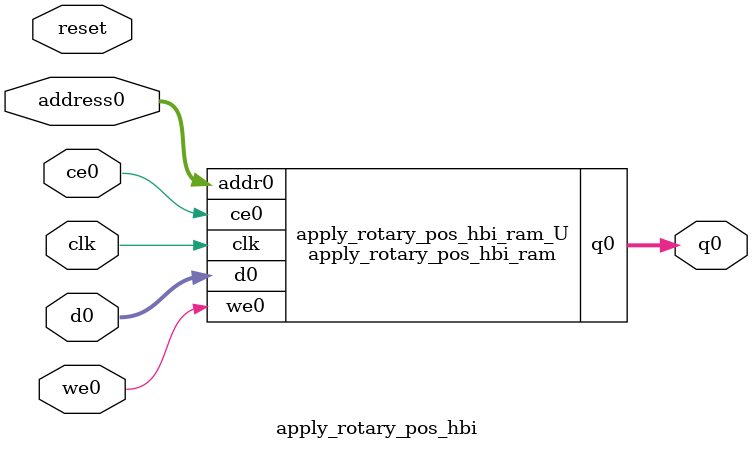
<source format=v>
`timescale 1 ns / 1 ps
module apply_rotary_pos_hbi_ram (addr0, ce0, d0, we0, q0,  clk);

parameter DWIDTH = 38;
parameter AWIDTH = 11;
parameter MEM_SIZE = 1536;

input[AWIDTH-1:0] addr0;
input ce0;
input[DWIDTH-1:0] d0;
input we0;
output reg[DWIDTH-1:0] q0;
input clk;

(* ram_style = "block" *)reg [DWIDTH-1:0] ram[0:MEM_SIZE-1];




always @(posedge clk)  
begin 
    if (ce0) begin
        if (we0) 
            ram[addr0] <= d0; 
        q0 <= ram[addr0];
    end
end


endmodule

`timescale 1 ns / 1 ps
module apply_rotary_pos_hbi(
    reset,
    clk,
    address0,
    ce0,
    we0,
    d0,
    q0);

parameter DataWidth = 32'd38;
parameter AddressRange = 32'd1536;
parameter AddressWidth = 32'd11;
input reset;
input clk;
input[AddressWidth - 1:0] address0;
input ce0;
input we0;
input[DataWidth - 1:0] d0;
output[DataWidth - 1:0] q0;



apply_rotary_pos_hbi_ram apply_rotary_pos_hbi_ram_U(
    .clk( clk ),
    .addr0( address0 ),
    .ce0( ce0 ),
    .we0( we0 ),
    .d0( d0 ),
    .q0( q0 ));

endmodule


</source>
